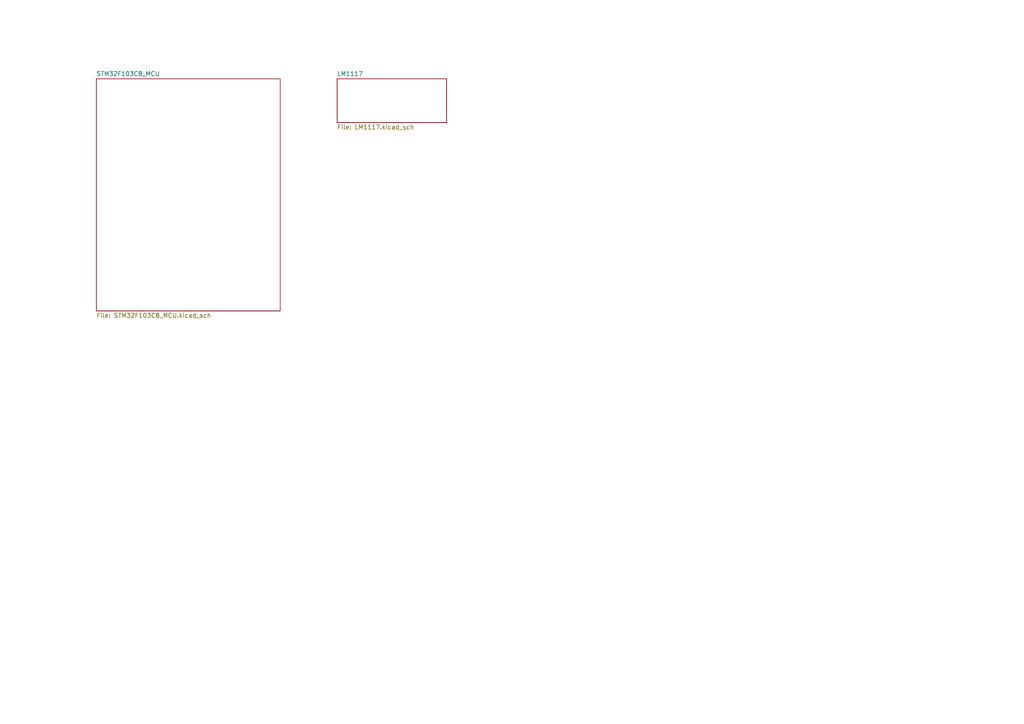
<source format=kicad_sch>
(kicad_sch
	(version 20250114)
	(generator "eeschema")
	(generator_version "9.0")
	(uuid "bd823326-686b-4669-b4e8-652a43eb6bb4")
	(paper "A4")
	(lib_symbols)
	(sheet
		(at 97.79 22.86)
		(size 31.75 12.7)
		(exclude_from_sim no)
		(in_bom yes)
		(on_board yes)
		(dnp no)
		(fields_autoplaced yes)
		(stroke
			(width 0.1524)
			(type solid)
		)
		(fill
			(color 0 0 0 0.0000)
		)
		(uuid "01d50728-be12-47d4-a3b3-3530cdf67424")
		(property "Sheetname" "LM1117"
			(at 97.79 22.1484 0)
			(effects
				(font
					(size 1.27 1.27)
				)
				(justify left bottom)
			)
		)
		(property "Sheetfile" "LM1117.kicad_sch"
			(at 97.79 36.1446 0)
			(effects
				(font
					(size 1.27 1.27)
				)
				(justify left top)
			)
		)
		(property "Field2" ""
			(at 97.79 22.86 0)
			(effects
				(font
					(size 1.27 1.27)
				)
			)
		)
		(instances
			(project "stm32f103c8t6"
				(path "/bd823326-686b-4669-b4e8-652a43eb6bb4"
					(page "3")
				)
			)
		)
	)
	(sheet
		(at 27.94 22.86)
		(size 53.34 67.31)
		(exclude_from_sim no)
		(in_bom yes)
		(on_board yes)
		(dnp no)
		(fields_autoplaced yes)
		(stroke
			(width 0.1524)
			(type solid)
		)
		(fill
			(color 0 0 0 0.0000)
		)
		(uuid "fca77638-a419-4dbc-9084-058e5a3b219f")
		(property "Sheetname" "STM32F103C8_MCU"
			(at 27.94 22.1484 0)
			(effects
				(font
					(size 1.27 1.27)
				)
				(justify left bottom)
			)
		)
		(property "Sheetfile" "STM32F103C8_MCU.kicad_sch"
			(at 27.94 90.7546 0)
			(effects
				(font
					(size 1.27 1.27)
				)
				(justify left top)
			)
		)
		(instances
			(project "stm32f103c8t6"
				(path "/bd823326-686b-4669-b4e8-652a43eb6bb4"
					(page "2")
				)
			)
		)
	)
	(sheet_instances
		(path "/"
			(page "1")
		)
	)
	(embedded_fonts no)
)

</source>
